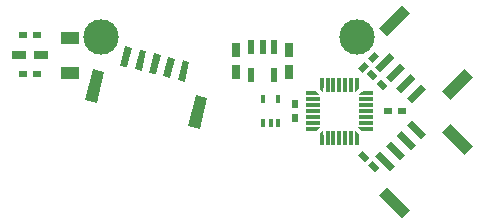
<source format=gbr>
G04 #@! TF.FileFunction,Soldermask,Bot*
%FSLAX46Y46*%
G04 Gerber Fmt 4.6, Leading zero omitted, Abs format (unit mm)*
G04 Created by KiCad (PCBNEW 4.0.7-e2-6376~58~ubuntu14.04.1) date Mon Aug  6 18:39:45 2018*
%MOMM*%
%LPD*%
G01*
G04 APERTURE LIST*
%ADD10C,0.100000*%
%ADD11C,3.000000*%
%ADD12R,0.900000X0.300000*%
%ADD13R,1.200000X0.300000*%
%ADD14R,0.300000X0.900000*%
%ADD15R,0.300000X1.200000*%
%ADD16R,1.200000X0.750000*%
%ADD17R,0.750000X1.200000*%
%ADD18R,1.600000X1.000000*%
%ADD19R,0.800000X0.500000*%
%ADD20R,0.600000X1.200000*%
%ADD21R,0.500000X0.800000*%
%ADD22R,0.300000X0.800000*%
G04 APERTURE END LIST*
D10*
D11*
X179800000Y-94500000D03*
D10*
G36*
X204367068Y-103276687D02*
X205569150Y-104478769D01*
X205144886Y-104903033D01*
X203942804Y-103700951D01*
X204367068Y-103276687D01*
X204367068Y-103276687D01*
G37*
G36*
X203483184Y-104160571D02*
X204685266Y-105362653D01*
X204261002Y-105786917D01*
X203058920Y-104584835D01*
X203483184Y-104160571D01*
X203483184Y-104160571D01*
G37*
G36*
X205250951Y-102392804D02*
X206453033Y-103594886D01*
X206028769Y-104019150D01*
X204826687Y-102817068D01*
X205250951Y-102392804D01*
X205250951Y-102392804D01*
G37*
G36*
X206134835Y-101508920D02*
X207336917Y-102711002D01*
X206912653Y-103135266D01*
X205710571Y-101933184D01*
X206134835Y-101508920D01*
X206134835Y-101508920D01*
G37*
G36*
X204066547Y-107183452D02*
X205975736Y-109092641D01*
X205268629Y-109799748D01*
X203359440Y-107890559D01*
X204066547Y-107183452D01*
X204066547Y-107183452D01*
G37*
G36*
X209440559Y-101809440D02*
X211349748Y-103718629D01*
X210642641Y-104425736D01*
X208733452Y-102516547D01*
X209440559Y-101809440D01*
X209440559Y-101809440D01*
G37*
D11*
X201500000Y-94500000D03*
D12*
X202400000Y-99250000D03*
D13*
X202250000Y-99750000D03*
X202250000Y-100250000D03*
X202250000Y-100750000D03*
X202250000Y-101250000D03*
X202250000Y-101750000D03*
D12*
X202400000Y-102250000D03*
D14*
X201500000Y-103150000D03*
D15*
X201000000Y-103000000D03*
X200500000Y-103000000D03*
X200000000Y-103000000D03*
X199500000Y-103000000D03*
X199000000Y-103000000D03*
D14*
X198500000Y-103150000D03*
D12*
X197600000Y-102250000D03*
D13*
X197750000Y-101750000D03*
X197750000Y-101250000D03*
X197750000Y-100750000D03*
X197750000Y-100250000D03*
X197750000Y-99750000D03*
D12*
X197600000Y-99250000D03*
D14*
X198500000Y-98350000D03*
D15*
X199000000Y-98500000D03*
X199500000Y-98500000D03*
X200000000Y-98500000D03*
X200500000Y-98500000D03*
X201000000Y-98500000D03*
D14*
X201500000Y-98350000D03*
D10*
G36*
X202400000Y-99400000D02*
X201600000Y-99400000D01*
X201900000Y-99100000D01*
X202100000Y-99100000D01*
X202400000Y-99400000D01*
X202400000Y-99400000D01*
G37*
G36*
X201350000Y-99150000D02*
X201350000Y-98350000D01*
X201650000Y-98650000D01*
X201650000Y-98850000D01*
X201350000Y-99150000D01*
X201350000Y-99150000D01*
G37*
G36*
X198650000Y-102350000D02*
X198650000Y-103150000D01*
X198350000Y-102850000D01*
X198350000Y-102650000D01*
X198650000Y-102350000D01*
X198650000Y-102350000D01*
G37*
G36*
X197600000Y-102100000D02*
X198400000Y-102100000D01*
X198100000Y-102400000D01*
X197900000Y-102400000D01*
X197600000Y-102100000D01*
X197600000Y-102100000D01*
G37*
G36*
X201600000Y-102100000D02*
X202400000Y-102100000D01*
X202100000Y-102400000D01*
X201900000Y-102400000D01*
X201600000Y-102100000D01*
X201600000Y-102100000D01*
G37*
G36*
X201350000Y-103150000D02*
X201350000Y-102350000D01*
X201650000Y-102650000D01*
X201650000Y-102850000D01*
X201350000Y-103150000D01*
X201350000Y-103150000D01*
G37*
G36*
X198400000Y-99400000D02*
X197600000Y-99400000D01*
X197900000Y-99100000D01*
X198100000Y-99100000D01*
X198400000Y-99400000D01*
X198400000Y-99400000D01*
G37*
G36*
X198650000Y-98350000D02*
X198650000Y-99150000D01*
X198350000Y-98850000D01*
X198350000Y-98650000D01*
X198650000Y-98350000D01*
X198650000Y-98350000D01*
G37*
G36*
X204826687Y-98782932D02*
X206028769Y-97580850D01*
X206453033Y-98005114D01*
X205250951Y-99207196D01*
X204826687Y-98782932D01*
X204826687Y-98782932D01*
G37*
G36*
X205710571Y-99666816D02*
X206912653Y-98464734D01*
X207336917Y-98888998D01*
X206134835Y-100091080D01*
X205710571Y-99666816D01*
X205710571Y-99666816D01*
G37*
G36*
X203942804Y-97899049D02*
X205144886Y-96696967D01*
X205569150Y-97121231D01*
X204367068Y-98323313D01*
X203942804Y-97899049D01*
X203942804Y-97899049D01*
G37*
G36*
X203058920Y-97015165D02*
X204261002Y-95813083D01*
X204685266Y-96237347D01*
X203483184Y-97439429D01*
X203058920Y-97015165D01*
X203058920Y-97015165D01*
G37*
G36*
X208733452Y-99083453D02*
X210642641Y-97174264D01*
X211349748Y-97881371D01*
X209440559Y-99790560D01*
X208733452Y-99083453D01*
X208733452Y-99083453D01*
G37*
G36*
X203359440Y-93709441D02*
X205268629Y-91800252D01*
X205975736Y-92507359D01*
X204066547Y-94416548D01*
X203359440Y-93709441D01*
X203359440Y-93709441D01*
G37*
G36*
X184883797Y-95995352D02*
X184472530Y-97644855D01*
X183890353Y-97499702D01*
X184301620Y-95850199D01*
X184883797Y-95995352D01*
X184883797Y-95995352D01*
G37*
G36*
X183670927Y-95692949D02*
X183259660Y-97342452D01*
X182677483Y-97197299D01*
X183088750Y-95547796D01*
X183670927Y-95692949D01*
X183670927Y-95692949D01*
G37*
G36*
X186096667Y-96297754D02*
X185685400Y-97947257D01*
X185103223Y-97802104D01*
X185514490Y-96152601D01*
X186096667Y-96297754D01*
X186096667Y-96297754D01*
G37*
G36*
X187309536Y-96600157D02*
X186898269Y-98249660D01*
X186316092Y-98104507D01*
X186727359Y-96455004D01*
X187309536Y-96600157D01*
X187309536Y-96600157D01*
G37*
G36*
X180094624Y-97429342D02*
X179441435Y-100049140D01*
X178471140Y-99807218D01*
X179124329Y-97187420D01*
X180094624Y-97429342D01*
X180094624Y-97429342D01*
G37*
G36*
X188827286Y-99606639D02*
X188174097Y-102226437D01*
X187203802Y-101984515D01*
X187856991Y-99364717D01*
X188827286Y-99606639D01*
X188827286Y-99606639D01*
G37*
G36*
X181875881Y-95245394D02*
X182458058Y-95390547D01*
X182046791Y-97040050D01*
X181464614Y-96894897D01*
X181875881Y-95245394D01*
X181875881Y-95245394D01*
G37*
D16*
X172850000Y-96000000D03*
X174750000Y-96000000D03*
D17*
X191250000Y-95550000D03*
X191250000Y-97450000D03*
X195750000Y-97450000D03*
X195750000Y-95550000D03*
D18*
X177200000Y-94550000D03*
X177200000Y-97550000D03*
D10*
G36*
X203383883Y-105530330D02*
X203030330Y-105883883D01*
X202464645Y-105318198D01*
X202818198Y-104964645D01*
X203383883Y-105530330D01*
X203383883Y-105530330D01*
G37*
G36*
X202535355Y-104681802D02*
X202181802Y-105035355D01*
X201616117Y-104469670D01*
X201969670Y-104116117D01*
X202535355Y-104681802D01*
X202535355Y-104681802D01*
G37*
G36*
X204083883Y-98630330D02*
X203730330Y-98983883D01*
X203164645Y-98418198D01*
X203518198Y-98064645D01*
X204083883Y-98630330D01*
X204083883Y-98630330D01*
G37*
G36*
X203235355Y-97781802D02*
X202881802Y-98135355D01*
X202316117Y-97569670D01*
X202669670Y-97216117D01*
X203235355Y-97781802D01*
X203235355Y-97781802D01*
G37*
G36*
X203030330Y-95716117D02*
X203383883Y-96069670D01*
X202818198Y-96635355D01*
X202464645Y-96281802D01*
X203030330Y-95716117D01*
X203030330Y-95716117D01*
G37*
G36*
X202181802Y-96564645D02*
X202535355Y-96918198D01*
X201969670Y-97483883D01*
X201616117Y-97130330D01*
X202181802Y-96564645D01*
X202181802Y-96564645D01*
G37*
D19*
X173200000Y-94300000D03*
X174400000Y-94300000D03*
D20*
X193500000Y-95350000D03*
X192550000Y-95350000D03*
X194450000Y-95350000D03*
X194450000Y-97650000D03*
X192550000Y-97650000D03*
D21*
X196280000Y-100150000D03*
X196280000Y-101350000D03*
D19*
X173200000Y-97600000D03*
X174400000Y-97600000D03*
X204100000Y-100750000D03*
X205300000Y-100750000D03*
D22*
X194830000Y-101750000D03*
X194180000Y-101750000D03*
X193530000Y-101750000D03*
X193530000Y-99750000D03*
X194830000Y-99750000D03*
M02*

</source>
